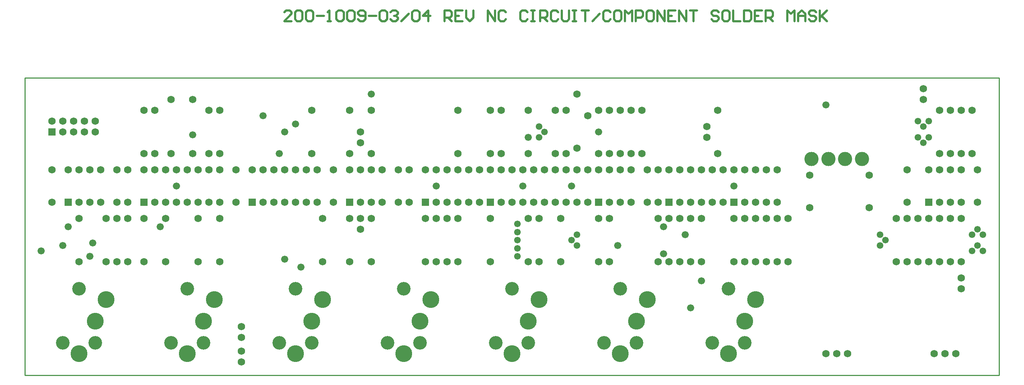
<source format=gbs>
*%FSLAX23Y23*%
*%MOIN*%
G01*
%ADD11C,0.007*%
%ADD12C,0.008*%
%ADD13C,0.010*%
%ADD14C,0.012*%
%ADD15C,0.020*%
%ADD16C,0.032*%
%ADD17C,0.036*%
%ADD18C,0.050*%
%ADD19C,0.052*%
%ADD20C,0.055*%
%ADD21C,0.056*%
%ADD22C,0.060*%
%ADD23C,0.061*%
%ADD24C,0.062*%
%ADD25C,0.066*%
%ADD26C,0.068*%
%ADD27C,0.070*%
%ADD28C,0.080*%
%ADD29C,0.090*%
%ADD30C,0.095*%
%ADD31C,0.115*%
%ADD32C,0.120*%
%ADD33C,0.125*%
%ADD34C,0.126*%
%ADD35C,0.131*%
%ADD36C,0.150*%
%ADD37C,0.156*%
%ADD38R,0.062X0.062*%
%ADD39R,0.068X0.068*%
D13*
X5775Y9230D02*
X14775D01*
Y6480D02*
X5775D01*
Y9230D01*
X14775D02*
Y6480D01*
D15*
X8237Y9755D02*
X8170D01*
X8237Y9822D01*
Y9838D01*
X8220Y9855D01*
X8187D01*
X8170Y9838D01*
X8270D02*
X8287Y9855D01*
X8320D01*
X8337Y9838D01*
Y9772D01*
X8320Y9755D01*
X8287D01*
X8270Y9772D01*
Y9838D01*
X8370D02*
X8387Y9855D01*
X8420D01*
X8437Y9838D01*
Y9772D01*
X8420Y9755D01*
X8387D01*
X8370Y9772D01*
Y9838D01*
X8470Y9805D02*
X8537D01*
X8570Y9755D02*
X8603D01*
X8587D01*
Y9855D01*
X8588D01*
X8587D02*
X8570Y9838D01*
X8653D02*
X8670Y9855D01*
X8703D01*
X8720Y9838D01*
Y9772D01*
X8703Y9755D01*
X8670D01*
X8653Y9772D01*
Y9838D01*
X8753D02*
X8770Y9855D01*
X8803D01*
X8820Y9838D01*
Y9772D01*
X8803Y9755D01*
X8770D01*
X8753Y9772D01*
Y9838D01*
X8853Y9772D02*
X8870Y9755D01*
X8903D01*
X8920Y9772D01*
Y9838D01*
X8903Y9855D01*
X8870D01*
X8853Y9838D01*
Y9822D01*
X8870Y9805D01*
X8920D01*
X8953D02*
X9020D01*
X9053Y9838D02*
X9070Y9855D01*
X9103D01*
X9120Y9838D01*
Y9772D01*
X9103Y9755D01*
X9070D01*
X9053Y9772D01*
Y9838D01*
X9153D02*
X9170Y9855D01*
X9203D01*
X9220Y9838D01*
Y9822D01*
X9221D01*
X9220D02*
X9221D01*
X9220D02*
X9221D01*
X9220D02*
X9203Y9805D01*
X9186D01*
X9203D01*
X9220Y9788D01*
Y9772D01*
X9203Y9755D01*
X9170D01*
X9153Y9772D01*
X9253Y9755D02*
X9320Y9822D01*
X9353Y9838D02*
X9370Y9855D01*
X9403D01*
X9420Y9838D01*
Y9772D01*
X9403Y9755D01*
X9370D01*
X9353Y9772D01*
Y9838D01*
X9503Y9855D02*
Y9755D01*
X9453Y9805D02*
X9503Y9855D01*
X9520Y9805D02*
X9453D01*
X9653Y9755D02*
Y9855D01*
X9703D01*
X9719Y9838D01*
Y9805D01*
X9703Y9788D01*
X9653D01*
X9686D02*
X9719Y9755D01*
X9753Y9855D02*
X9819D01*
X9753D02*
Y9755D01*
X9819D01*
X9786Y9805D02*
X9753D01*
X9853Y9788D02*
Y9855D01*
Y9788D02*
X9886Y9755D01*
X9919Y9788D01*
Y9855D01*
X10053D02*
Y9755D01*
X10119D02*
X10053Y9855D01*
X10119D02*
Y9755D01*
X10219Y9838D02*
X10203Y9855D01*
X10169D01*
X10153Y9838D01*
Y9772D01*
X10169Y9755D01*
X10203D01*
X10219Y9772D01*
X10403Y9855D02*
X10419Y9838D01*
X10403Y9855D02*
X10369D01*
X10353Y9838D01*
Y9772D01*
X10369Y9755D01*
X10403D01*
X10419Y9772D01*
X10453Y9855D02*
X10486D01*
X10469D01*
Y9755D01*
X10453D01*
X10486D01*
X10536D02*
Y9855D01*
X10586D01*
X10603Y9838D01*
Y9805D01*
X10586Y9788D01*
X10536D01*
X10569D02*
X10603Y9755D01*
X10703Y9838D02*
X10686Y9855D01*
X10653D01*
X10636Y9838D01*
Y9772D01*
X10653Y9755D01*
X10686D01*
X10703Y9772D01*
X10736D02*
Y9855D01*
Y9772D02*
X10752Y9755D01*
X10786D01*
X10802Y9772D01*
Y9855D01*
X10836D02*
X10869D01*
X10852D01*
Y9755D01*
X10836D01*
X10869D01*
X10919Y9855D02*
X10986D01*
X10952D01*
Y9755D01*
X11019D02*
X11086Y9822D01*
X11169Y9855D02*
X11186Y9838D01*
X11169Y9855D02*
X11136D01*
X11119Y9838D01*
Y9772D01*
X11136Y9755D01*
X11169D01*
X11186Y9772D01*
X11236Y9855D02*
X11269D01*
X11236D02*
X11219Y9838D01*
Y9772D01*
X11236Y9755D01*
X11269D01*
X11286Y9772D01*
Y9838D01*
X11269Y9855D01*
X11319D02*
Y9755D01*
X11352Y9822D02*
X11319Y9855D01*
X11352Y9822D02*
X11386Y9855D01*
Y9755D01*
X11419D02*
Y9855D01*
X11469D01*
X11486Y9838D01*
Y9805D01*
X11469Y9788D01*
X11419D01*
X11536Y9855D02*
X11569D01*
X11536D02*
X11519Y9838D01*
Y9772D01*
X11536Y9755D01*
X11569D01*
X11586Y9772D01*
Y9838D01*
X11569Y9855D01*
X11619D02*
Y9755D01*
X11686D02*
X11619Y9855D01*
X11686D02*
Y9755D01*
X11719Y9855D02*
X11785D01*
X11719D02*
Y9755D01*
X11785D01*
X11752Y9805D02*
X11719D01*
X11819Y9755D02*
Y9855D01*
X11885Y9755D01*
Y9855D01*
X11919D02*
X11985D01*
X11952D01*
Y9755D01*
X12169Y9855D02*
X12185Y9838D01*
X12169Y9855D02*
X12135D01*
X12119Y9838D01*
Y9822D01*
X12135Y9805D01*
X12169D01*
X12185Y9788D01*
Y9772D01*
X12169Y9755D01*
X12135D01*
X12119Y9772D01*
X12235Y9855D02*
X12269D01*
X12235D02*
X12219Y9838D01*
Y9772D01*
X12235Y9755D01*
X12269D01*
X12285Y9772D01*
Y9838D01*
X12269Y9855D01*
X12319D02*
Y9755D01*
X12385D01*
X12419D02*
Y9855D01*
Y9755D02*
X12469D01*
X12485Y9772D01*
Y9838D01*
X12469Y9855D01*
X12419D01*
X12519D02*
X12585D01*
X12519D02*
Y9755D01*
X12585D01*
X12552Y9805D02*
X12519D01*
X12619Y9755D02*
Y9855D01*
X12669D01*
X12685Y9838D01*
Y9805D01*
X12669Y9788D01*
X12619D01*
X12652D02*
X12685Y9755D01*
X12818D02*
Y9855D01*
X12852Y9822D01*
X12885Y9855D01*
Y9755D01*
X12918D02*
Y9822D01*
X12952Y9855D01*
X12985Y9822D01*
Y9755D01*
Y9805D01*
X12918D01*
X13068Y9855D02*
X13085Y9838D01*
X13068Y9855D02*
X13035D01*
X13018Y9838D01*
Y9822D01*
X13035Y9805D01*
X13068D01*
X13085Y9788D01*
Y9772D01*
X13068Y9755D01*
X13035D01*
X13018Y9772D01*
X13118Y9755D02*
Y9855D01*
Y9788D02*
Y9755D01*
Y9788D02*
X13185Y9855D01*
X13135Y9805D01*
X13185Y9755D01*
D23*
X14625Y7630D02*
D03*
X14525D02*
D03*
X14575Y7680D02*
D03*
X14625Y7780D02*
D03*
X14525D02*
D03*
X14575Y7830D02*
D03*
X14025Y8830D02*
D03*
X14125D02*
D03*
X14075Y8780D02*
D03*
X14025Y8680D02*
D03*
X14125D02*
D03*
X14075Y8630D02*
D03*
X13675Y7780D02*
D03*
X13725Y7730D02*
D03*
X13675Y7680D02*
D03*
X10525Y8680D02*
D03*
Y8780D02*
D03*
X10575Y8730D02*
D03*
X10325Y7880D02*
D03*
Y7730D02*
D03*
Y7655D02*
D03*
Y7580D02*
D03*
Y7805D02*
D03*
X10875Y7780D02*
D03*
Y7680D02*
D03*
X10825Y7730D02*
D03*
D25*
X13175Y8980D02*
D03*
X12325Y8230D02*
D03*
X12025Y7355D02*
D03*
X11925Y7105D02*
D03*
X11875Y7780D02*
D03*
X11675Y7605D02*
D03*
Y7855D02*
D03*
X11250Y7680D02*
D03*
X11075Y8730D02*
D03*
X10825Y8230D02*
D03*
X10425Y8680D02*
D03*
X10375Y8230D02*
D03*
X9575D02*
D03*
X8975Y9080D02*
D03*
X8325Y7480D02*
D03*
X8275Y8805D02*
D03*
X8175Y8730D02*
D03*
X8125Y8530D02*
D03*
X8175Y7555D02*
D03*
X7975Y8880D02*
D03*
X7325Y8705D02*
D03*
X7175Y8230D02*
D03*
X7025Y7855D02*
D03*
X6400Y7705D02*
D03*
X6375Y7580D02*
D03*
X6175Y7855D02*
D03*
X6125Y7680D02*
D03*
X5925Y7630D02*
D03*
D26*
X14225Y8530D02*
D03*
Y8930D02*
D03*
X14325Y8530D02*
D03*
Y8930D02*
D03*
X14425Y8530D02*
D03*
Y8930D02*
D03*
X14525Y8530D02*
D03*
Y8930D02*
D03*
X14425Y7280D02*
D03*
Y7380D02*
D03*
X14225Y7530D02*
D03*
Y7930D02*
D03*
X14325D02*
D03*
Y7530D02*
D03*
X14425D02*
D03*
Y7930D02*
D03*
X14575Y8080D02*
D03*
Y8380D02*
D03*
X14375Y6680D02*
D03*
X14175D02*
D03*
X14275D02*
D03*
X14075Y9030D02*
D03*
Y9130D02*
D03*
X12725Y8380D02*
D03*
Y8080D02*
D03*
X13575Y8030D02*
D03*
Y8330D02*
D03*
X13025D02*
D03*
Y8030D02*
D03*
X13925Y8380D02*
D03*
Y8080D02*
D03*
X14025Y7930D02*
D03*
Y7530D02*
D03*
X13825D02*
D03*
Y7930D02*
D03*
X13925D02*
D03*
Y7530D02*
D03*
X14125Y7930D02*
D03*
Y7530D02*
D03*
X14225Y8080D02*
D03*
X14325D02*
D03*
X14425D02*
D03*
Y8380D02*
D03*
X14325D02*
D03*
X14225D02*
D03*
X14125D02*
D03*
X12825Y7530D02*
D03*
Y7930D02*
D03*
X12625Y7530D02*
D03*
Y7930D02*
D03*
X12725Y7530D02*
D03*
Y7930D02*
D03*
X13375Y6680D02*
D03*
X13175D02*
D03*
X13275D02*
D03*
X12075Y8680D02*
D03*
Y8780D02*
D03*
X12175Y8930D02*
D03*
Y8530D02*
D03*
X11175Y8930D02*
D03*
Y8530D02*
D03*
X11375D02*
D03*
Y8930D02*
D03*
X11825Y7530D02*
D03*
Y7930D02*
D03*
X12225Y8080D02*
D03*
Y8380D02*
D03*
X11175Y8080D02*
D03*
X11275D02*
D03*
X11375D02*
D03*
Y8380D02*
D03*
X11275D02*
D03*
X11175D02*
D03*
X11075D02*
D03*
X11175Y7530D02*
D03*
Y7930D02*
D03*
X11075D02*
D03*
Y7530D02*
D03*
Y8530D02*
D03*
Y8930D02*
D03*
X11275Y8530D02*
D03*
Y8930D02*
D03*
X11475D02*
D03*
Y8530D02*
D03*
X11525Y8080D02*
D03*
Y8380D02*
D03*
X11625D02*
D03*
Y8080D02*
D03*
X11825D02*
D03*
X11925D02*
D03*
X12025D02*
D03*
Y8380D02*
D03*
X11925D02*
D03*
X11825D02*
D03*
X11725D02*
D03*
X12125Y8080D02*
D03*
Y8380D02*
D03*
X12525Y8080D02*
D03*
X12625D02*
D03*
Y8380D02*
D03*
X12525D02*
D03*
X12425D02*
D03*
X12325D02*
D03*
X12425Y8080D02*
D03*
X11625Y7930D02*
D03*
Y7530D02*
D03*
X11725D02*
D03*
Y7930D02*
D03*
X11925Y7530D02*
D03*
Y7930D02*
D03*
X12025Y7530D02*
D03*
Y7930D02*
D03*
X12325Y7530D02*
D03*
Y7930D02*
D03*
X12525Y7530D02*
D03*
Y7930D02*
D03*
X12425Y7530D02*
D03*
Y7930D02*
D03*
X10175Y8930D02*
D03*
Y8530D02*
D03*
X10425Y8930D02*
D03*
Y8530D02*
D03*
X10675Y8930D02*
D03*
Y8530D02*
D03*
X10775Y8930D02*
D03*
Y8530D02*
D03*
X10875Y9080D02*
D03*
Y8580D02*
D03*
X10975Y8880D02*
D03*
X9575Y8080D02*
D03*
X9675D02*
D03*
X9775D02*
D03*
Y8380D02*
D03*
X9675D02*
D03*
X9575D02*
D03*
X9475D02*
D03*
X9775Y8530D02*
D03*
Y8930D02*
D03*
X9475Y7530D02*
D03*
Y7930D02*
D03*
X9575D02*
D03*
Y7530D02*
D03*
X9675D02*
D03*
Y7930D02*
D03*
X9775D02*
D03*
Y7530D02*
D03*
X9875Y8080D02*
D03*
Y8380D02*
D03*
X9975D02*
D03*
Y8080D02*
D03*
X10175D02*
D03*
X10275D02*
D03*
X10375D02*
D03*
X10475D02*
D03*
X10575D02*
D03*
X10675D02*
D03*
X10775D02*
D03*
Y8380D02*
D03*
X10675D02*
D03*
X10575D02*
D03*
X10475D02*
D03*
X10375D02*
D03*
X10275D02*
D03*
X10175D02*
D03*
X10075D02*
D03*
Y8530D02*
D03*
Y8930D02*
D03*
Y7530D02*
D03*
Y7930D02*
D03*
X10425D02*
D03*
Y7530D02*
D03*
X10525Y7930D02*
D03*
Y7530D02*
D03*
X10725D02*
D03*
Y7930D02*
D03*
X10875Y8080D02*
D03*
Y8380D02*
D03*
X10975D02*
D03*
Y8080D02*
D03*
X8875Y8630D02*
D03*
Y8730D02*
D03*
X8975Y8930D02*
D03*
Y8530D02*
D03*
X8425Y8930D02*
D03*
Y8530D02*
D03*
X8775Y8930D02*
D03*
Y8530D02*
D03*
X8875Y8080D02*
D03*
X8975D02*
D03*
X9075D02*
D03*
Y8380D02*
D03*
X8975D02*
D03*
X8875D02*
D03*
X8775D02*
D03*
X8525Y7930D02*
D03*
Y7530D02*
D03*
X8775Y7930D02*
D03*
Y7530D02*
D03*
X8875Y7830D02*
D03*
Y7930D02*
D03*
X8975D02*
D03*
Y7530D02*
D03*
X9325Y8380D02*
D03*
Y8080D02*
D03*
X8625Y8380D02*
D03*
Y8080D02*
D03*
X9225D02*
D03*
Y8380D02*
D03*
X7475Y8930D02*
D03*
Y8530D02*
D03*
X6975Y8930D02*
D03*
Y8530D02*
D03*
X6875Y8930D02*
D03*
Y8530D02*
D03*
X7575Y8930D02*
D03*
Y8530D02*
D03*
X8075Y8080D02*
D03*
X8175D02*
D03*
X8275D02*
D03*
X8375D02*
D03*
X8475D02*
D03*
Y8380D02*
D03*
X8375D02*
D03*
X8275D02*
D03*
X8175D02*
D03*
X8075D02*
D03*
X7975D02*
D03*
X7875D02*
D03*
X7975Y8080D02*
D03*
X7725D02*
D03*
Y8380D02*
D03*
X6725D02*
D03*
Y8080D02*
D03*
X6625D02*
D03*
Y8380D02*
D03*
X7325Y8530D02*
D03*
Y9030D02*
D03*
X7125Y8530D02*
D03*
Y9030D02*
D03*
X6975Y8080D02*
D03*
X7075D02*
D03*
X7175D02*
D03*
X7275D02*
D03*
X7375D02*
D03*
X7475D02*
D03*
X7575D02*
D03*
Y8380D02*
D03*
X7475D02*
D03*
X7375D02*
D03*
X7275D02*
D03*
X7175D02*
D03*
X7075D02*
D03*
X6975D02*
D03*
X6875D02*
D03*
X6725Y7930D02*
D03*
Y7530D02*
D03*
X6875Y7930D02*
D03*
Y7530D02*
D03*
X7075Y7930D02*
D03*
Y7530D02*
D03*
X7575Y7930D02*
D03*
Y7530D02*
D03*
X7375Y7930D02*
D03*
Y7530D02*
D03*
X6625D02*
D03*
Y7930D02*
D03*
X6525D02*
D03*
Y7530D02*
D03*
X7775Y6830D02*
D03*
Y6930D02*
D03*
Y6605D02*
D03*
Y6705D02*
D03*
X6425Y8830D02*
D03*
Y8730D02*
D03*
X6325Y8830D02*
D03*
Y8730D02*
D03*
X6225Y8830D02*
D03*
Y8730D02*
D03*
X6125Y8830D02*
D03*
Y8730D02*
D03*
X6025Y8830D02*
D03*
X6275Y7930D02*
D03*
Y7530D02*
D03*
Y8080D02*
D03*
X6375D02*
D03*
X6475D02*
D03*
Y8380D02*
D03*
X6375D02*
D03*
X6275D02*
D03*
X6175D02*
D03*
X6025D02*
D03*
Y8080D02*
D03*
D34*
X12125Y6780D02*
D03*
X12425D02*
D03*
X12275Y7280D02*
D03*
X11125Y6780D02*
D03*
X11425D02*
D03*
X11275Y7280D02*
D03*
X10125Y6780D02*
D03*
X10425D02*
D03*
X10275Y7280D02*
D03*
X8125Y6780D02*
D03*
X8425D02*
D03*
X8275Y7280D02*
D03*
X9125Y6780D02*
D03*
X9425D02*
D03*
X9275Y7280D02*
D03*
X7125Y6780D02*
D03*
X7425D02*
D03*
X7275Y7280D02*
D03*
X6125Y6780D02*
D03*
X6425D02*
D03*
X6275Y7280D02*
D03*
D35*
X13197Y8480D02*
D03*
X13509D02*
D03*
X13041D02*
D03*
X13353D02*
D03*
D37*
X12525Y7180D02*
D03*
X12425Y6980D02*
D03*
X12275Y6680D02*
D03*
X11525Y7180D02*
D03*
X11425Y6980D02*
D03*
X11275Y6680D02*
D03*
X10525Y7180D02*
D03*
X10425Y6980D02*
D03*
X10275Y6680D02*
D03*
X8525Y7180D02*
D03*
X8425Y6980D02*
D03*
X8275Y6680D02*
D03*
X9525Y7180D02*
D03*
X9425Y6980D02*
D03*
X9275Y6680D02*
D03*
X7525Y7180D02*
D03*
X7425Y6980D02*
D03*
X7275Y6680D02*
D03*
X6525Y7180D02*
D03*
X6425Y6980D02*
D03*
X6275Y6680D02*
D03*
D39*
X14125Y8080D02*
D03*
X11075D02*
D03*
X11725D02*
D03*
X12325D02*
D03*
X9475D02*
D03*
X10075D02*
D03*
X8775D02*
D03*
X7875D02*
D03*
X6875D02*
D03*
X6025Y8730D02*
D03*
X6175Y8080D02*
D03*
M02*

</source>
